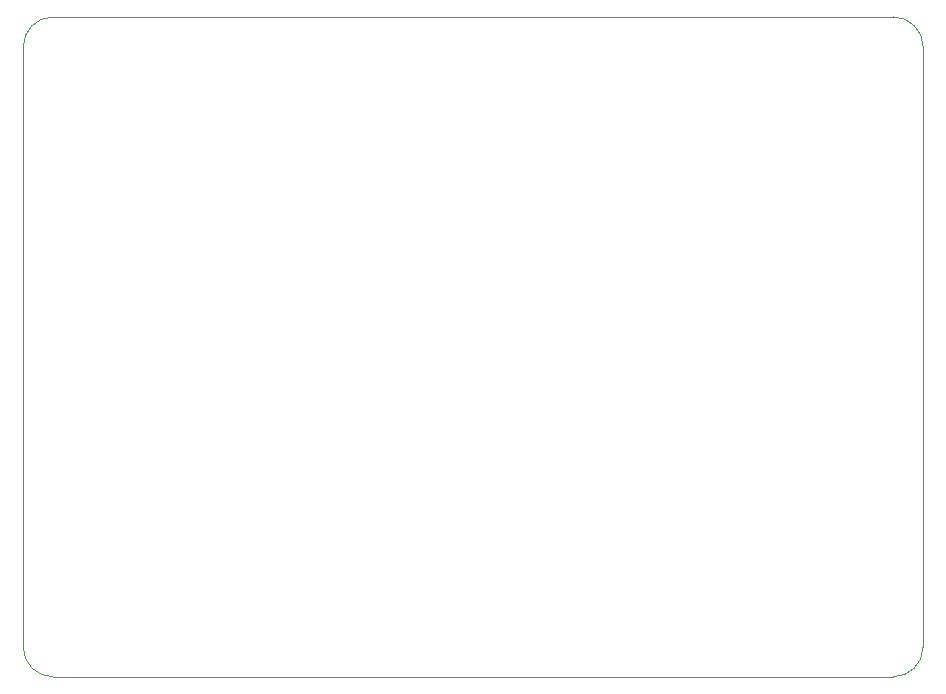
<source format=gbr>
%TF.GenerationSoftware,KiCad,Pcbnew,7.0.2-0*%
%TF.CreationDate,2023-12-18T16:01:05-05:00*%
%TF.ProjectId,AirCar-Proto,41697243-6172-42d5-9072-6f746f2e6b69,rev?*%
%TF.SameCoordinates,Original*%
%TF.FileFunction,Profile,NP*%
%FSLAX46Y46*%
G04 Gerber Fmt 4.6, Leading zero omitted, Abs format (unit mm)*
G04 Created by KiCad (PCBNEW 7.0.2-0) date 2023-12-18 16:01:05*
%MOMM*%
%LPD*%
G01*
G04 APERTURE LIST*
%TA.AperFunction,Profile*%
%ADD10C,0.100000*%
%TD*%
G04 APERTURE END LIST*
D10*
X91630000Y-106850000D02*
X91630000Y-56050000D01*
X167830000Y-56050000D02*
G75*
G03*
X165290000Y-53510000I-2540000J0D01*
G01*
X165290000Y-109390000D02*
G75*
G03*
X167830000Y-106850000I0J2540000D01*
G01*
X94170000Y-53510000D02*
X165290000Y-53510000D01*
X94170000Y-53510000D02*
G75*
G03*
X91630000Y-56050000I0J-2540000D01*
G01*
X165290000Y-109390000D02*
X94170000Y-109390000D01*
X167830000Y-56050000D02*
X167830000Y-106850000D01*
X91630000Y-106850000D02*
G75*
G03*
X94170000Y-109390000I2540000J0D01*
G01*
M02*

</source>
